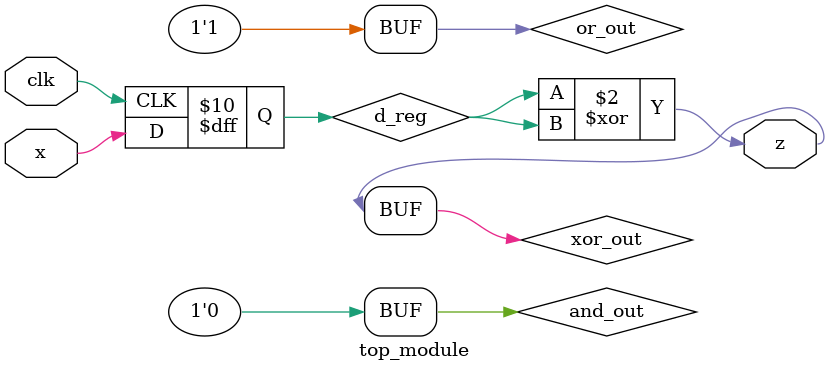
<source format=sv>
module top_module (
    input clk,
    input x,
    output reg z
);

    // Flip-flop outputs
    reg d_reg;

    // Logic gates
    wire xor_out;
    wire and_out;
    wire or_out;

    // Flip-flops
    always @(posedge clk) begin
        d_reg <= x;
    end

    // Logic gates
    assign xor_out = d_reg ^ d_reg;
    assign and_out = ~d_reg & d_reg;
    assign or_out = ~d_reg | d_reg;

    // XNOR gate
    assign z = ~(xor_out ^ and_out ^ or_out);

endmodule

</source>
